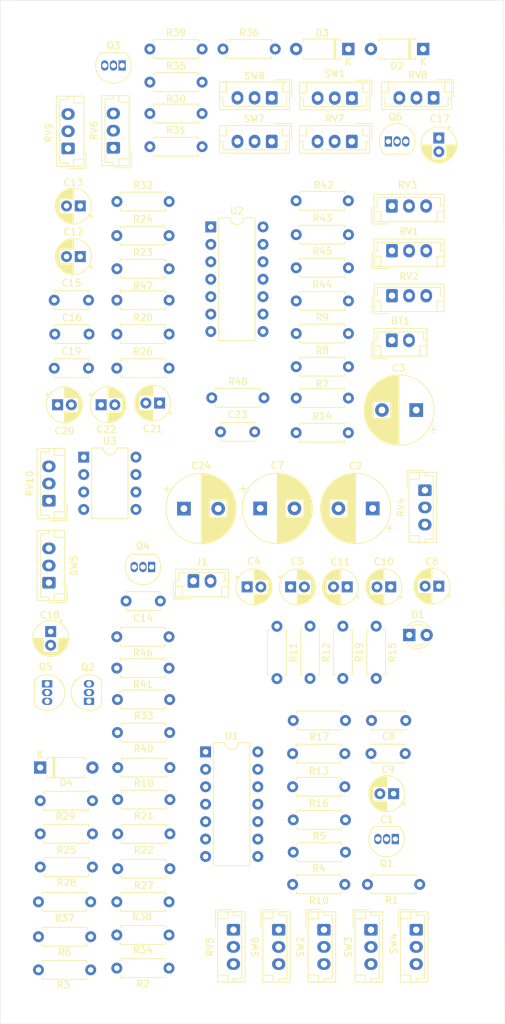
<source format=kicad_pcb>
(kicad_pcb (version 20171130) (host pcbnew "(5.1.10)-1")
  (layers (0 F.Cu signal) (31 B.Cu signal) (34 B.Paste user) (35 F.Paste user) (36 B.SilkS user) (37 F.SilkS user) (38 B.Mask user) (39 F.Mask user) (44 Edge.Cuts user))
  (net 0 "")
  (net 1 BN)
  (net 2 "Net-(BT1-Pad1)")
  (net 3 "Net-(C1-Pad1)")
  (net 4 BP)
  (net 5 "Net-(C3-Pad1)")
  (net 6 VG)
  (net 7 "Net-(C6-Pad1)")
  (net 8 "Net-(C8-Pad2)")
  (net 9 "Net-(C8-Pad1)")
  (net 10 "Net-(C9-Pad1)")
  (net 11 "Net-(C9-Pad2)")
  (net 12 "Net-(C12-Pad2)")
  (net 13 "Net-(C12-Pad1)")
  (net 14 "Net-(C13-Pad1)")
  (net 15 "Net-(C13-Pad2)")
  (net 16 "Net-(C14-Pad1)")
  (net 17 RMP)
  (net 18 "Net-(C15-Pad2)")
  (net 19 "Net-(C15-Pad1)")
  (net 20 A)
  (net 21 "Net-(C16-Pad2)")
  (net 22 "Net-(C17-Pad1)")
  (net 23 "Net-(C18-Pad1)")
  (net 24 "Net-(C19-Pad1)")
  (net 25 "Net-(C21-Pad1)")
  (net 26 "Net-(C22-Pad1)")
  (net 27 "Net-(C22-Pad2)")
  (net 28 "Net-(C23-Pad2)")
  (net 29 "Net-(C23-Pad1)")
  (net 30 "Net-(C24-Pad2)")
  (net 31 "Net-(D1-Pad2)")
  (net 32 "Net-(D2-Pad1)")
  (net 33 "Net-(D2-Pad2)")
  (net 34 "Net-(D3-Pad2)")
  (net 35 "Net-(D4-Pad1)")
  (net 36 "Net-(D4-Pad2)")
  (net 37 "Net-(Q1-Pad1)")
  (net 38 "Net-(Q1-Pad2)")
  (net 39 "Net-(Q3-Pad2)")
  (net 40 "Net-(Q3-Pad1)")
  (net 41 "Net-(Q4-Pad3)")
  (net 42 "Net-(Q5-Pad3)")
  (net 43 AREG)
  (net 44 "Net-(Q6-Pad3)")
  (net 45 "Net-(R1-Pad1)")
  (net 46 "Net-(R4-Pad1)")
  (net 47 "Net-(R7-Pad1)")
  (net 48 "Net-(R14-Pad2)")
  (net 49 "Net-(R8-Pad2)")
  (net 50 "Net-(R9-Pad2)")
  (net 51 "Net-(R18-Pad1)")
  (net 52 "Net-(R21-Pad2)")
  (net 53 "Net-(R21-Pad1)")
  (net 54 "Net-(R30-Pad2)")
  (net 55 "Net-(R33-Pad1)")
  (net 56 "Net-(R34-Pad1)")
  (net 57 "Net-(R36-Pad2)")
  (net 58 "Net-(R40-Pad1)")
  (net 59 "Net-(R43-Pad1)")
  (net 60 "Net-(R43-Pad2)")
  (net 61 SQR)
  (net 62 "Net-(R47-Pad1)")
  (net 63 LFO)
  (net 64 "Net-(RV3-Pad1)")
  (net 65 "Net-(RV5-Pad1)")
  (net 66 "Net-(RV10-Pad2)")
  (module Resistor_THT:R_Axial_DIN0207_L6.3mm_D2.5mm_P7.62mm_Horizontal (layer F.Cu) (at 148.844 265.176)
    (fp_text reference R35 (at 3.81 -2.37) (layer F.SilkS))
    (fp_text value 10k)
    (pad 1 thru_hole circle (at 0 0) (size 1.6 1.6) (drill 0.8) (layers *.Cu *.Mask) (net 54 "Net-(R30-Pad2)"))
    (pad 2 thru_hole oval (at 7.62 0) (size 1.6 1.6) (drill 0.8) (layers *.Cu *.Mask) (net 1 BN))
  )
  (module Connector_JST:JST_EH_B3B-EH-A_1x03_P2.50mm_Vertical (layer F.Cu) (at 178.324 267.5008 180)
    (fp_text reference SW1 (at 2.5 3.5948) (layer F.SilkS))
    (fp_text value SW_SPST)
    (pad 1 thru_hole roundrect (at 0 0 180) (size 1.7 1.95) (drill 0.95) (layers *.Cu *.Mask) (roundrect_rratio 0.147059) (net 2 "Net-(BT1-Pad1)"))
    (pad 2 thru_hole oval (at 2.5 0 180) (size 1.7 1.95) (drill 0.95) (layers *.Cu *.Mask) (net 4 BP))
    (pad 3 thru_hole oval (at 5 0 180) (size 1.7 1.95) (drill 0.95) (layers *.Cu *.Mask))
  )
  (module Package_DIP:DIP-14_W7.62mm (layer F.Cu) (at 157.734 286.258)
    (fp_text reference U2 (at 3.81 -2.33) (layer F.SilkS))
    (fp_text value LM324)
    (pad 1 thru_hole rect (at 0 0) (size 1.6 1.6) (drill 0.8) (layers *.Cu *.Mask) (net 20 A))
    (pad 8 thru_hole oval (at 7.62 15.24) (size 1.6 1.6) (drill 0.8) (layers *.Cu *.Mask) (net 38 "Net-(Q1-Pad2)"))
    (pad 2 thru_hole oval (at 0 2.54) (size 1.6 1.6) (drill 0.8) (layers *.Cu *.Mask) (net 18 "Net-(C15-Pad2)"))
    (pad 9 thru_hole oval (at 7.62 12.7) (size 1.6 1.6) (drill 0.8) (layers *.Cu *.Mask) (net 48 "Net-(R14-Pad2)"))
    (pad 3 thru_hole oval (at 0 5.08) (size 1.6 1.6) (drill 0.8) (layers *.Cu *.Mask) (net 6 VG))
    (pad 10 thru_hole oval (at 7.62 10.16) (size 1.6 1.6) (drill 0.8) (layers *.Cu *.Mask) (net 6 VG))
    (pad 4 thru_hole oval (at 0 7.62) (size 1.6 1.6) (drill 0.8) (layers *.Cu *.Mask) (net 4 BP))
    (pad 11 thru_hole oval (at 7.62 7.62) (size 1.6 1.6) (drill 0.8) (layers *.Cu *.Mask) (net 1 BN))
    (pad 5 thru_hole oval (at 0 10.16) (size 1.6 1.6) (drill 0.8) (layers *.Cu *.Mask) (net 58 "Net-(R40-Pad1)"))
    (pad 12 thru_hole oval (at 7.62 5.08) (size 1.6 1.6) (drill 0.8) (layers *.Cu *.Mask) (net 59 "Net-(R43-Pad1)"))
    (pad 6 thru_hole oval (at 0 12.7) (size 1.6 1.6) (drill 0.8) (layers *.Cu *.Mask) (net 23 "Net-(C18-Pad1)"))
    (pad 13 thru_hole oval (at 7.62 2.54) (size 1.6 1.6) (drill 0.8) (layers *.Cu *.Mask) (net 43 AREG))
    (pad 7 thru_hole oval (at 0 15.24) (size 1.6 1.6) (drill 0.8) (layers *.Cu *.Mask) (net 62 "Net-(R47-Pad1)"))
    (pad 14 thru_hole oval (at 7.62 0) (size 1.6 1.6) (drill 0.8) (layers *.Cu *.Mask) (net 60 "Net-(R43-Pad2)"))
  )
  (module Package_DIP:DIP-14_W7.62mm (layer F.Cu) (at 156.972 362.712)
    (fp_text reference U1 (at 3.81 -2.33) (layer F.SilkS))
    (fp_text value LM324)
    (pad 14 thru_hole oval (at 7.62 0) (size 1.6 1.6) (drill 0.8) (layers *.Cu *.Mask) (net 11 "Net-(C9-Pad2)"))
    (pad 7 thru_hole oval (at 0 15.24) (size 1.6 1.6) (drill 0.8) (layers *.Cu *.Mask) (net 36 "Net-(D4-Pad2)"))
    (pad 13 thru_hole oval (at 7.62 2.54) (size 1.6 1.6) (drill 0.8) (layers *.Cu *.Mask) (net 10 "Net-(C9-Pad1)"))
    (pad 6 thru_hole oval (at 0 12.7) (size 1.6 1.6) (drill 0.8) (layers *.Cu *.Mask) (net 56 "Net-(R34-Pad1)"))
    (pad 12 thru_hole oval (at 7.62 5.08) (size 1.6 1.6) (drill 0.8) (layers *.Cu *.Mask) (net 6 VG))
    (pad 5 thru_hole oval (at 0 10.16) (size 1.6 1.6) (drill 0.8) (layers *.Cu *.Mask) (net 55 "Net-(R33-Pad1)"))
    (pad 11 thru_hole oval (at 7.62 7.62) (size 1.6 1.6) (drill 0.8) (layers *.Cu *.Mask) (net 1 BN))
    (pad 4 thru_hole oval (at 0 7.62) (size 1.6 1.6) (drill 0.8) (layers *.Cu *.Mask) (net 4 BP))
    (pad 10 thru_hole oval (at 7.62 10.16) (size 1.6 1.6) (drill 0.8) (layers *.Cu *.Mask) (net 45 "Net-(R1-Pad1)"))
    (pad 3 thru_hole oval (at 0 5.08) (size 1.6 1.6) (drill 0.8) (layers *.Cu *.Mask) (net 6 VG))
    (pad 9 thru_hole oval (at 7.62 12.7) (size 1.6 1.6) (drill 0.8) (layers *.Cu *.Mask) (net 3 "Net-(C1-Pad1)"))
    (pad 2 thru_hole oval (at 0 2.54) (size 1.6 1.6) (drill 0.8) (layers *.Cu *.Mask) (net 16 "Net-(C14-Pad1)"))
    (pad 8 thru_hole oval (at 7.62 15.24) (size 1.6 1.6) (drill 0.8) (layers *.Cu *.Mask) (net 8 "Net-(C8-Pad2)"))
    (pad 1 thru_hole rect (at 0 0) (size 1.6 1.6) (drill 0.8) (layers *.Cu *.Mask) (net 17 RMP))
  )
  (module Connector_JST:JST_EH_B2B-EH-A_1x02_P2.50mm_Vertical (layer F.Cu) (at 184.15 302.768)
    (fp_text reference BT1 (at 1.25 -2.8) (layer F.SilkS))
    (fp_text value 9V)
    (pad 2 thru_hole oval (at 2.5 0) (size 1.7 2) (drill 1) (layers *.Cu *.Mask) (net 1 BN))
    (pad 1 thru_hole roundrect (at 0 0) (size 1.7 2) (drill 1) (layers *.Cu *.Mask) (roundrect_rratio 0.147059) (net 2 "Net-(BT1-Pad1)"))
  )
  (module Capacitor_THT:CP_Radial_D5.0mm_P2.00mm (layer F.Cu) (at 184.404 368.808 180)
    (fp_text reference C1 (at 1 -3.75) (layer F.SilkS))
    (fp_text value 1uF)
    (pad 2 thru_hole circle (at 2 0 180) (size 1.6 1.6) (drill 0.8) (layers *.Cu *.Mask) (net 1 BN))
    (pad 1 thru_hole rect (at 0 0 180) (size 1.6 1.6) (drill 0.8) (layers *.Cu *.Mask) (net 3 "Net-(C1-Pad1)"))
  )
  (module Capacitor_THT:CP_Radial_D10.0mm_P5.00mm (layer F.Cu) (at 181.356 327.2576 180)
    (fp_text reference C2 (at 2.5 6.2016) (layer F.SilkS))
    (fp_text value 470uF)
    (pad 2 thru_hole circle (at 5 0 180) (size 2 2) (drill 1) (layers *.Cu *.Mask) (net 1 BN))
    (pad 1 thru_hole rect (at 0 0 180) (size 2 2) (drill 1) (layers *.Cu *.Mask) (net 4 BP))
  )
  (module Capacitor_THT:CP_Radial_D10.0mm_P5.00mm (layer F.Cu) (at 187.706 312.928 180)
    (fp_text reference C3 (at 2.54 6.096) (layer F.SilkS))
    (fp_text value 470uF)
    (pad 1 thru_hole rect (at 0 0 180) (size 2 2) (drill 1) (layers *.Cu *.Mask) (net 5 "Net-(C3-Pad1)"))
    (pad 2 thru_hole circle (at 5 0 180) (size 2 2) (drill 1) (layers *.Cu *.Mask) (net 1 BN))
  )
  (module Capacitor_THT:CP_Radial_D5.0mm_P2.00mm (layer F.Cu) (at 163.0322 338.6876)
    (fp_text reference C4 (at 1 -3.75) (layer F.SilkS))
    (fp_text value 10uF)
    (pad 1 thru_hole rect (at 0 0) (size 1.6 1.6) (drill 0.8) (layers *.Cu *.Mask) (net 4 BP))
    (pad 2 thru_hole circle (at 2 0) (size 1.6 1.6) (drill 0.8) (layers *.Cu *.Mask) (net 6 VG))
  )
  (module Capacitor_THT:CP_Radial_D5.0mm_P2.00mm (layer F.Cu) (at 169.3822 338.6876)
    (fp_text reference C5 (at 1 -3.75) (layer F.SilkS))
    (fp_text value 10uF)
    (pad 1 thru_hole rect (at 0 0) (size 1.6 1.6) (drill 0.8) (layers *.Cu *.Mask) (net 6 VG))
    (pad 2 thru_hole circle (at 2 0) (size 1.6 1.6) (drill 0.8) (layers *.Cu *.Mask) (net 1 BN))
  )
  (module Capacitor_THT:CP_Radial_D5.0mm_P2.00mm (layer F.Cu) (at 191.008 338.582 180)
    (fp_text reference C6 (at 1.016 3.556) (layer F.SilkS))
    (fp_text value 1uF)
    (pad 1 thru_hole rect (at 0 0 180) (size 1.6 1.6) (drill 0.8) (layers *.Cu *.Mask) (net 7 "Net-(C6-Pad1)"))
    (pad 2 thru_hole circle (at 2 0 180) (size 1.6 1.6) (drill 0.8) (layers *.Cu *.Mask) (net 1 BN))
  )
  (module Capacitor_THT:CP_Radial_D10.0mm_P5.00mm (layer F.Cu) (at 164.9372 327.2576)
    (fp_text reference C7 (at 2.5 -6.25) (layer F.SilkS))
    (fp_text value 470uF)
    (pad 1 thru_hole rect (at 0 0) (size 2 2) (drill 1) (layers *.Cu *.Mask) (net 6 VG))
    (pad 2 thru_hole circle (at 5 0) (size 2 2) (drill 1) (layers *.Cu *.Mask) (net 1 BN))
  )
  (module Capacitor_THT:C_Disc_D4.7mm_W2.5mm_P5.00mm (layer F.Cu) (at 186.182 358.14 180)
    (fp_text reference C8 (at 2.5 -2.3268) (layer F.SilkS))
    (fp_text value 1nF)
    (pad 2 thru_hole circle (at 5 0 180) (size 1.6 1.6) (drill 0.8) (layers *.Cu *.Mask) (net 8 "Net-(C8-Pad2)"))
    (pad 1 thru_hole circle (at 0 0 180) (size 1.6 1.6) (drill 0.8) (layers *.Cu *.Mask) (net 9 "Net-(C8-Pad1)"))
  )
  (module Capacitor_THT:C_Disc_D4.7mm_W2.5mm_P5.00mm (layer F.Cu) (at 181.102 362.966)
    (fp_text reference C9 (at 2.5 2.286) (layer F.SilkS))
    (fp_text value 100pF)
    (pad 2 thru_hole circle (at 5 0) (size 1.6 1.6) (drill 0.8) (layers *.Cu *.Mask) (net 11 "Net-(C9-Pad2)"))
    (pad 1 thru_hole circle (at 0 0) (size 1.6 1.6) (drill 0.8) (layers *.Cu *.Mask) (net 10 "Net-(C9-Pad1)"))
  )
  (module Capacitor_THT:CP_Radial_D5.0mm_P2.00mm (layer F.Cu) (at 183.9872 338.6876 180)
    (fp_text reference C10 (at 1 3.6616) (layer F.SilkS))
    (fp_text value 10uF)
    (pad 1 thru_hole rect (at 0 0 180) (size 1.6 1.6) (drill 0.8) (layers *.Cu *.Mask) (net 4 BP))
    (pad 2 thru_hole circle (at 2 0 180) (size 1.6 1.6) (drill 0.8) (layers *.Cu *.Mask) (net 6 VG))
  )
  (module Capacitor_THT:CP_Radial_D5.0mm_P2.00mm (layer F.Cu) (at 177.6372 338.6876 180)
    (fp_text reference C11 (at 1 3.6616) (layer F.SilkS))
    (fp_text value 10uF)
    (pad 2 thru_hole circle (at 2 0 180) (size 1.6 1.6) (drill 0.8) (layers *.Cu *.Mask) (net 1 BN))
    (pad 1 thru_hole rect (at 0 0 180) (size 1.6 1.6) (drill 0.8) (layers *.Cu *.Mask) (net 6 VG))
  )
  (module Capacitor_THT:CP_Radial_D5.0mm_P2.00mm (layer F.Cu) (at 138.684 290.576 180)
    (fp_text reference C12 (at 1 3.5948) (layer F.SilkS))
    (fp_text value 0.1uF)
    (pad 2 thru_hole circle (at 2 0 180) (size 1.6 1.6) (drill 0.8) (layers *.Cu *.Mask) (net 12 "Net-(C12-Pad2)"))
    (pad 1 thru_hole rect (at 0 0 180) (size 1.6 1.6) (drill 0.8) (layers *.Cu *.Mask) (net 13 "Net-(C12-Pad1)"))
  )
  (module Capacitor_THT:CP_Radial_D5.0mm_P2.00mm (layer F.Cu) (at 138.684 283.21 180)
    (fp_text reference C13 (at 1 3.417) (layer F.SilkS))
    (fp_text value 0.1uF)
    (pad 1 thru_hole rect (at 0 0 180) (size 1.6 1.6) (drill 0.8) (layers *.Cu *.Mask) (net 14 "Net-(C13-Pad1)"))
    (pad 2 thru_hole circle (at 2 0 180) (size 1.6 1.6) (drill 0.8) (layers *.Cu *.Mask) (net 15 "Net-(C13-Pad2)"))
  )
  (module Capacitor_THT:C_Disc_D4.7mm_W2.5mm_P5.00mm (layer F.Cu) (at 150.368 340.745 180)
    (fp_text reference C14 (at 2.5 -2.5) (layer F.SilkS))
    (fp_text value .001uF)
    (pad 2 thru_hole circle (at 5 0 180) (size 1.6 1.6) (drill 0.8) (layers *.Cu *.Mask) (net 17 RMP))
    (pad 1 thru_hole circle (at 0 0 180) (size 1.6 1.6) (drill 0.8) (layers *.Cu *.Mask) (net 16 "Net-(C14-Pad1)"))
  )
  (module Capacitor_THT:C_Disc_D4.7mm_W2.5mm_P5.00mm (layer F.Cu) (at 134.89 296.926)
    (fp_text reference C15 (at 2.5 -2.5) (layer F.SilkS))
    (fp_text value .001uF)
    (pad 2 thru_hole circle (at 5 0) (size 1.6 1.6) (drill 0.8) (layers *.Cu *.Mask) (net 18 "Net-(C15-Pad2)"))
    (pad 1 thru_hole circle (at 0 0) (size 1.6 1.6) (drill 0.8) (layers *.Cu *.Mask) (net 19 "Net-(C15-Pad1)"))
  )
  (module Capacitor_THT:C_Disc_D4.7mm_W2.5mm_P5.00mm (layer F.Cu) (at 139.97 301.867 180)
    (fp_text reference C16 (at 2.5 2.401) (layer F.SilkS))
    (fp_text value .001uF)
    (pad 1 thru_hole circle (at 0 0 180) (size 1.6 1.6) (drill 0.8) (layers *.Cu *.Mask) (net 20 A))
    (pad 2 thru_hole circle (at 5 0 180) (size 1.6 1.6) (drill 0.8) (layers *.Cu *.Mask) (net 21 "Net-(C16-Pad2)"))
  )
  (module Capacitor_THT:CP_Radial_D5.0mm_P2.00mm (layer F.Cu) (at 191.008 273.304 270)
    (fp_text reference C17 (at -2.806 -0.143 180) (layer F.SilkS))
    (fp_text value 4.7uF)
    (pad 2 thru_hole circle (at 2 0 270) (size 1.6 1.6) (drill 0.8) (layers *.Cu *.Mask) (net 1 BN))
    (pad 1 thru_hole rect (at 0 0 270) (size 1.6 1.6) (drill 0.8) (layers *.Cu *.Mask) (net 22 "Net-(C17-Pad1)"))
  )
  (module Capacitor_THT:CP_Radial_D5.0mm_P2.00mm (layer F.Cu) (at 134.366 345.186 270)
    (fp_text reference C18 (at -2.417 0.142 180) (layer F.SilkS))
    (fp_text value 0.1uF)
    (pad 2 thru_hole circle (at 2 0 270) (size 1.6 1.6) (drill 0.8) (layers *.Cu *.Mask) (net 1 BN))
    (pad 1 thru_hole rect (at 0 0 270) (size 1.6 1.6) (drill 0.8) (layers *.Cu *.Mask) (net 23 "Net-(C18-Pad1)"))
  )
  (module Capacitor_THT:C_Disc_D4.7mm_W2.5mm_P5.00mm (layer F.Cu) (at 134.89 306.832)
    (fp_text reference C19 (at 2.5 -2.5) (layer F.SilkS))
    (fp_text value 1uF)
    (pad 1 thru_hole circle (at 0 0) (size 1.6 1.6) (drill 0.8) (layers *.Cu *.Mask) (net 24 "Net-(C19-Pad1)"))
    (pad 2 thru_hole circle (at 5 0) (size 1.6 1.6) (drill 0.8) (layers *.Cu *.Mask) (net 20 A))
  )
  (module Capacitor_THT:CP_Radial_D5.0mm_P2.00mm (layer F.Cu) (at 135.382 312.166)
    (fp_text reference C20 (at 1 3.806) (layer F.SilkS))
    (fp_text value 0.1uF)
    (pad 2 thru_hole circle (at 2 0) (size 1.6 1.6) (drill 0.8) (layers *.Cu *.Mask) (net 1 BN))
    (pad 1 thru_hole rect (at 0 0) (size 1.6 1.6) (drill 0.8) (layers *.Cu *.Mask) (net 4 BP))
  )
  (module Capacitor_THT:CP_Radial_D5.0mm_P2.00mm (layer F.Cu) (at 150.256 311.912 180)
    (fp_text reference C21 (at 1 -3.75) (layer F.SilkS))
    (fp_text value 10uF)
    (pad 2 thru_hole circle (at 2 0 180) (size 1.6 1.6) (drill 0.8) (layers *.Cu *.Mask) (net 1 BN))
    (pad 1 thru_hole rect (at 0 0 180) (size 1.6 1.6) (drill 0.8) (layers *.Cu *.Mask) (net 25 "Net-(C21-Pad1)"))
  )
  (module Capacitor_THT:CP_Radial_D5.0mm_P2.00mm (layer F.Cu) (at 141.732 312.166)
    (fp_text reference C22 (at 0.762 3.556) (layer F.SilkS))
    (fp_text value 10uF)
    (pad 1 thru_hole rect (at 0 0) (size 1.6 1.6) (drill 0.8) (layers *.Cu *.Mask) (net 26 "Net-(C22-Pad1)"))
    (pad 2 thru_hole circle (at 2 0) (size 1.6 1.6) (drill 0.8) (layers *.Cu *.Mask) (net 27 "Net-(C22-Pad2)"))
  )
  (module Capacitor_THT:C_Disc_D4.7mm_W2.5mm_P5.00mm (layer F.Cu) (at 159.146 316.107)
    (fp_text reference C23 (at 2.5 -2.5) (layer F.SilkS))
    (fp_text value .047uF)
    (pad 2 thru_hole circle (at 5 0) (size 1.6 1.6) (drill 0.8) (layers *.Cu *.Mask) (net 28 "Net-(C23-Pad2)"))
    (pad 1 thru_hole circle (at 0 0) (size 1.6 1.6) (drill 0.8) (layers *.Cu *.Mask) (net 29 "Net-(C23-Pad1)"))
  )
  (module Capacitor_THT:CP_Radial_D10.0mm_P5.00mm (layer F.Cu) (at 153.812 327.283)
    (fp_text reference C24 (at 2.5 -6.25) (layer F.SilkS))
    (fp_text value 220uF)
    (pad 2 thru_hole circle (at 5 0) (size 2 2) (drill 1) (layers *.Cu *.Mask) (net 30 "Net-(C24-Pad2)"))
    (pad 1 thru_hole rect (at 0 0) (size 2 2) (drill 1) (layers *.Cu *.Mask) (net 29 "Net-(C23-Pad1)"))
  )
  (module LED_THT:LED_D3.0mm (layer F.Cu) (at 186.69 345.694)
    (fp_text reference D1 (at 1.27 -2.96) (layer F.SilkS))
    (fp_text value LED)
    (pad 1 thru_hole rect (at 0 0) (size 1.8 1.8) (drill 0.9) (layers *.Cu *.Mask) (net 8 "Net-(C8-Pad2)"))
    (pad 2 thru_hole circle (at 2.54 0) (size 1.8 1.8) (drill 0.9) (layers *.Cu *.Mask) (net 31 "Net-(D1-Pad2)"))
  )
  (module Diode_THT:D_A-405_P7.62mm_Horizontal (layer F.Cu) (at 188.722 260.35 180)
    (fp_text reference D2 (at 3.81 -2.47) (layer F.SilkS))
    (fp_text value D)
    (fp_text user K (at 0 -1.9) (layer F.SilkS))
    (pad 1 thru_hole rect (at 0 0 180) (size 1.8 1.8) (drill 0.9) (layers *.Cu *.Mask) (net 32 "Net-(D2-Pad1)"))
    (pad 2 thru_hole oval (at 7.62 0 180) (size 1.8 1.8) (drill 0.9) (layers *.Cu *.Mask) (net 33 "Net-(D2-Pad2)"))
  )
  (module Diode_THT:D_A-405_P7.62mm_Horizontal (layer F.Cu) (at 177.8 260.35 180)
    (fp_text reference D3 (at 3.81 2.3248) (layer F.SilkS))
    (fp_text value D)
    (fp_text user K (at 0 -1.9) (layer F.SilkS))
    (pad 2 thru_hole oval (at 7.62 0 180) (size 1.8 1.8) (drill 0.9) (layers *.Cu *.Mask) (net 34 "Net-(D3-Pad2)"))
    (pad 1 thru_hole rect (at 0 0 180) (size 1.8 1.8) (drill 0.9) (layers *.Cu *.Mask) (net 33 "Net-(D2-Pad2)"))
  )
  (module Diode_THT:D_A-405_P7.62mm_Horizontal (layer F.Cu) (at 132.842 364.998)
    (fp_text reference D4 (at 3.81 2.1994) (layer F.SilkS))
    (fp_text value D)
    (fp_text user K (at 0 -1.9) (layer F.SilkS))
    (pad 2 thru_hole oval (at 7.62 0) (size 1.8 1.8) (drill 0.9) (layers *.Cu *.Mask) (net 36 "Net-(D4-Pad2)"))
    (pad 1 thru_hole rect (at 0 0) (size 1.8 1.8) (drill 0.9) (layers *.Cu *.Mask) (net 35 "Net-(D4-Pad1)"))
  )
  (module Connector_JST:JST_EH_B2B-EH-A_1x02_P2.50mm_Vertical (layer F.Cu) (at 155.194 337.82)
    (fp_text reference J1 (at 1.25 -2.8) (layer F.SilkS))
    (fp_text value SPKR)
    (pad 1 thru_hole roundrect (at 0 0) (size 1.7 2) (drill 1) (layers *.Cu *.Mask) (roundrect_rratio 0.147059) (net 30 "Net-(C24-Pad2)"))
    (pad 2 thru_hole oval (at 2.5 0) (size 1.7 2) (drill 1) (layers *.Cu *.Mask) (net 1 BN))
  )
  (module Package_TO_SOT_THT:TO-92_Inline (layer F.Cu) (at 184.658 375.412 180)
    (fp_text reference Q1 (at 1.27 -3.556) (layer F.SilkS))
    (fp_text value 2N3904)
    (pad 2 thru_hole oval (at 1.27 0 180) (size 1.05 1.5) (drill 0.75) (layers *.Cu *.Mask) (net 38 "Net-(Q1-Pad2)"))
    (pad 3 thru_hole oval (at 2.54 0 180) (size 1.05 1.5) (drill 0.75) (layers *.Cu *.Mask) (net 10 "Net-(C9-Pad1)"))
    (pad 1 thru_hole rect (at 0 0 180) (size 1.05 1.5) (drill 0.75) (layers *.Cu *.Mask) (net 37 "Net-(Q1-Pad1)"))
  )
  (module Package_TO_SOT_THT:TO-92_Inline (layer F.Cu) (at 139.954 355.346 90)
    (fp_text reference Q2 (at 4.957 -0.142 180) (layer F.SilkS))
    (fp_text value 2N3904)
    (pad 1 thru_hole rect (at 0 0 90) (size 1.05 1.5) (drill 0.75) (layers *.Cu *.Mask) (net 37 "Net-(Q1-Pad1)"))
    (pad 3 thru_hole oval (at 2.54 0 90) (size 1.05 1.5) (drill 0.75) (layers *.Cu *.Mask) (net 16 "Net-(C14-Pad1)"))
    (pad 2 thru_hole oval (at 1.27 0 90) (size 1.05 1.5) (drill 0.75) (layers *.Cu *.Mask) (net 6 VG))
  )
  (module Package_TO_SOT_THT:TO-92_Inline (layer F.Cu) (at 144.796 262.751 180)
    (fp_text reference Q3 (at 1.27 2.909) (layer F.SilkS))
    (fp_text value 2N3906)
    (pad 2 thru_hole oval (at 1.27 0 180) (size 1.05 1.5) (drill 0.75) (layers *.Cu *.Mask) (net 39 "Net-(Q3-Pad2)"))
    (pad 3 thru_hole oval (at 2.54 0 180) (size 1.05 1.5) (drill 0.75) (layers *.Cu *.Mask) (net 1 BN))
    (pad 1 thru_hole rect (at 0 0 180) (size 1.05 1.5) (drill 0.75) (layers *.Cu *.Mask) (net 40 "Net-(Q3-Pad1)"))
  )
  (module Package_TO_SOT_THT:TO-92_Inline (layer F.Cu) (at 149.098 335.788 180)
    (fp_text reference Q4 (at 1.27 3.048) (layer F.SilkS))
    (fp_text value 2N5457)
    (pad 2 thru_hole oval (at 1.27 0 180) (size 1.05 1.5) (drill 0.75) (layers *.Cu *.Mask) (net 16 "Net-(C14-Pad1)"))
    (pad 3 thru_hole oval (at 2.54 0 180) (size 1.05 1.5) (drill 0.75) (layers *.Cu *.Mask) (net 41 "Net-(Q4-Pad3)"))
    (pad 1 thru_hole rect (at 0 0 180) (size 1.05 1.5) (drill 0.75) (layers *.Cu *.Mask) (net 17 RMP))
  )
  (module Package_TO_SOT_THT:TO-92_Inline (layer F.Cu) (at 133.858 352.806 270)
    (fp_text reference Q5 (at -2.5186 0.2182 180) (layer F.SilkS))
    (fp_text value 2N5457)
    (pad 1 thru_hole rect (at 0 0 270) (size 1.05 1.5) (drill 0.75) (layers *.Cu *.Mask) (net 19 "Net-(C15-Pad1)"))
    (pad 3 thru_hole oval (at 2.54 0 270) (size 1.05 1.5) (drill 0.75) (layers *.Cu *.Mask) (net 42 "Net-(Q5-Pad3)"))
    (pad 2 thru_hole oval (at 1.27 0 270) (size 1.05 1.5) (drill 0.75) (layers *.Cu *.Mask) (net 6 VG))
  )
  (module Package_TO_SOT_THT:TO-92_Inline (layer F.Cu) (at 183.642 273.812)
    (fp_text reference Q6 (at 1.016 -3.556) (layer F.SilkS))
    (fp_text value 2N5457)
    (pad 2 thru_hole oval (at 1.27 0) (size 1.05 1.5) (drill 0.75) (layers *.Cu *.Mask) (net 43 AREG))
    (pad 3 thru_hole oval (at 2.54 0) (size 1.05 1.5) (drill 0.75) (layers *.Cu *.Mask) (net 44 "Net-(Q6-Pad3)"))
    (pad 1 thru_hole rect (at 0 0) (size 1.05 1.5) (drill 0.75) (layers *.Cu *.Mask) (net 4 BP))
  )
  (module Resistor_THT:R_Axial_DIN0207_L6.3mm_D2.5mm_P7.62mm_Horizontal (layer F.Cu) (at 188.214 382.016 180)
    (fp_text reference R1 (at 4.064 -2.286) (layer F.SilkS))
    (fp_text value 100k)
    (pad 2 thru_hole oval (at 7.62 0 180) (size 1.6 1.6) (drill 0.8) (layers *.Cu *.Mask) (net 4 BP))
    (pad 1 thru_hole circle (at 0 0 180) (size 1.6 1.6) (drill 0.8) (layers *.Cu *.Mask) (net 45 "Net-(R1-Pad1)"))
  )
  (module Resistor_THT:R_Axial_DIN0207_L6.3mm_D2.5mm_P7.62mm_Horizontal (layer F.Cu) (at 144.018 394.208)
    (fp_text reference R2 (at 3.81 2.286) (layer F.SilkS))
    (fp_text value 100k)
    (pad 1 thru_hole circle (at 0 0) (size 1.6 1.6) (drill 0.8) (layers *.Cu *.Mask) (net 45 "Net-(R1-Pad1)"))
    (pad 2 thru_hole oval (at 7.62 0) (size 1.6 1.6) (drill 0.8) (layers *.Cu *.Mask) (net 1 BN))
  )
  (module Resistor_THT:R_Axial_DIN0207_L6.3mm_D2.5mm_P7.62mm_Horizontal (layer F.Cu) (at 140.208 394.462 180)
    (fp_text reference R3 (at 4.0172 -2.174) (layer F.SilkS))
    (fp_text value 3k)
    (pad 1 thru_hole circle (at 0 0 180) (size 1.6 1.6) (drill 0.8) (layers *.Cu *.Mask) (net 5 "Net-(C3-Pad1)"))
    (pad 2 thru_hole oval (at 7.62 0 180) (size 1.6 1.6) (drill 0.8) (layers *.Cu *.Mask) (net 4 BP))
  )
  (module Resistor_THT:R_Axial_DIN0207_L6.3mm_D2.5mm_P7.62mm_Horizontal (layer F.Cu) (at 177.3832 377.321 180)
    (fp_text reference R4 (at 3.8852 -2.37) (layer F.SilkS))
    (fp_text value 3k)
    (pad 2 thru_hole oval (at 7.62 0 180) (size 1.6 1.6) (drill 0.8) (layers *.Cu *.Mask) (net 3 "Net-(C1-Pad1)"))
    (pad 1 thru_hole circle (at 0 0 180) (size 1.6 1.6) (drill 0.8) (layers *.Cu *.Mask) (net 46 "Net-(R4-Pad1)"))
  )
  (module Resistor_THT:R_Axial_DIN0207_L6.3mm_D2.5mm_P7.62mm_Horizontal (layer F.Cu) (at 177.3832 372.618 180)
    (fp_text reference R5 (at 3.81 -2.37) (layer F.SilkS))
    (fp_text value 100k)
    (pad 2 thru_hole oval (at 7.62 0 180) (size 1.6 1.6) (drill 0.8) (layers *.Cu *.Mask) (net 45 "Net-(R1-Pad1)"))
    (pad 1 thru_hole circle (at 0 0 180) (size 1.6 1.6) (drill 0.8) (layers *.Cu *.Mask) (net 8 "Net-(C8-Pad2)"))
  )
  (module Resistor_THT:R_Axial_DIN0207_L6.3mm_D2.5mm_P7.62mm_Horizontal (layer F.Cu) (at 140.208 389.636 180)
    (fp_text reference R6 (at 3.81 -2.286) (layer F.SilkS))
    (fp_text value 3k)
    (pad 1 thru_hole circle (at 0 0 180) (size 1.6 1.6) (drill 0.8) (layers *.Cu *.Mask) (net 31 "Net-(D1-Pad2)"))
    (pad 2 thru_hole oval (at 7.62 0 180) (size 1.6 1.6) (drill 0.8) (layers *.Cu *.Mask) (net 5 "Net-(C3-Pad1)"))
  )
  (module Resistor_THT:R_Axial_DIN0207_L6.3mm_D2.5mm_P7.62mm_Horizontal (layer F.Cu) (at 177.816 311.1888 180)
    (fp_text reference R7 (at 3.81 2.0708) (layer F.SilkS))
    (fp_text value 47k)
    (pad 2 thru_hole oval (at 7.62 0 180) (size 1.6 1.6) (drill 0.8) (layers *.Cu *.Mask) (net 48 "Net-(R14-Pad2)"))
    (pad 1 thru_hole circle (at 0 0 180) (size 1.6 1.6) (drill 0.8) (layers *.Cu *.Mask) (net 47 "Net-(R7-Pad1)"))
  )
  (module Resistor_THT:R_Axial_DIN0207_L6.3mm_D2.5mm_P7.62mm_Horizontal (layer F.Cu) (at 170.196 306.6168)
    (fp_text reference R8 (at 3.81 -2.37) (layer F.SilkS))
    (fp_text value 100k)
    (pad 1 thru_hole circle (at 0 0) (size 1.6 1.6) (drill 0.8) (layers *.Cu *.Mask) (net 48 "Net-(R14-Pad2)"))
    (pad 2 thru_hole oval (at 7.62 0) (size 1.6 1.6) (drill 0.8) (layers *.Cu *.Mask) (net 49 "Net-(R8-Pad2)"))
  )
  (module Resistor_THT:R_Axial_DIN0207_L6.3mm_D2.5mm_P7.62mm_Horizontal (layer F.Cu) (at 170.196 301.7908)
    (fp_text reference R9 (at 3.81 -2.37) (layer F.SilkS))
    (fp_text value 36k)
    (pad 2 thru_hole oval (at 7.62 0) (size 1.6 1.6) (drill 0.8) (layers *.Cu *.Mask) (net 50 "Net-(R9-Pad2)"))
    (pad 1 thru_hole circle (at 0 0) (size 1.6 1.6) (drill 0.8) (layers *.Cu *.Mask) (net 48 "Net-(R14-Pad2)"))
  )
  (module Resistor_THT:R_Axial_DIN0207_L6.3mm_D2.5mm_P7.62mm_Horizontal (layer F.Cu) (at 177.292 382.016 180)
    (fp_text reference R10 (at 3.81 -2.37) (layer F.SilkS))
    (fp_text value 20k)
    (pad 2 thru_hole oval (at 7.62 0 180) (size 1.6 1.6) (drill 0.8) (layers *.Cu *.Mask) (net 8 "Net-(C8-Pad2)"))
    (pad 1 thru_hole circle (at 0 0 180) (size 1.6 1.6) (drill 0.8) (layers *.Cu *.Mask) (net 7 "Net-(C6-Pad1)"))
  )
  (module Resistor_THT:R_Axial_DIN0207_L6.3mm_D2.5mm_P7.62mm_Horizontal (layer F.Cu) (at 167.386 344.424 270)
    (fp_text reference R11 (at 3.81 -2.37 90) (layer F.SilkS))
    (fp_text value 4.7k)
    (pad 1 thru_hole circle (at 0 0 270) (size 1.6 1.6) (drill 0.8) (layers *.Cu *.Mask) (net 4 BP))
    (pad 2 thru_hole oval (at 7.62 0 270) (size 1.6 1.6) (drill 0.8) (layers *.Cu *.Mask) (net 6 VG))
  )
  (module Resistor_THT:R_Axial_DIN0207_L6.3mm_D2.5mm_P7.62mm_Horizontal (layer F.Cu) (at 172.212 344.4026 270)
    (fp_text reference R12 (at 3.81 -2.37 90) (layer F.SilkS))
    (fp_text value 4.7k)
    (pad 1 thru_hole circle (at 0 0 270) (size 1.6 1.6) (drill 0.8) (layers *.Cu *.Mask) (net 1 BN))
    (pad 2 thru_hole oval (at 7.62 0 270) (size 1.6 1.6) (drill 0.8) (layers *.Cu *.Mask) (net 6 VG))
  )
  (module Resistor_THT:R_Axial_DIN0207_L6.3mm_D2.5mm_P7.62mm_Horizontal (layer F.Cu) (at 169.672 362.966)
    (fp_text reference R13 (at 3.81 2.527) (layer F.SilkS))
    (fp_text value 270k)
    (pad 1 thru_hole circle (at 0 0) (size 1.6 1.6) (drill 0.8) (layers *.Cu *.Mask) (net 38 "Net-(Q1-Pad2)"))
    (pad 2 thru_hole oval (at 7.62 0) (size 1.6 1.6) (drill 0.8) (layers *.Cu *.Mask) (net 4 BP))
  )
  (module Resistor_THT:R_Axial_DIN0207_L6.3mm_D2.5mm_P7.62mm_Horizontal (layer F.Cu) (at 177.8 316.23 180)
    (fp_text reference R14 (at 3.81 2.401) (layer F.SilkS))
    (fp_text value 2k)
    (pad 2 thru_hole oval (at 7.62 0 180) (size 1.6 1.6) (drill 0.8) (layers *.Cu *.Mask) (net 48 "Net-(R14-Pad2)"))
    (pad 1 thru_hole circle (at 0 0 180) (size 1.6 1.6) (drill 0.8) (layers *.Cu *.Mask) (net 38 "Net-(Q1-Pad2)"))
  )
  (module Resistor_THT:R_Axial_DIN0207_L6.3mm_D2.5mm_P7.62mm_Horizontal (layer F.Cu) (at 181.864 344.4026 270)
    (fp_text reference R15 (at 3.81 -2.37 90) (layer F.SilkS))
    (fp_text value 4.7k)
    (pad 1 thru_hole circle (at 0 0 270) (size 1.6 1.6) (drill 0.8) (layers *.Cu *.Mask) (net 4 BP))
    (pad 2 thru_hole oval (at 7.62 0 270) (size 1.6 1.6) (drill 0.8) (layers *.Cu *.Mask) (net 6 VG))
  )
  (module Resistor_THT:R_Axial_DIN0207_L6.3mm_D2.5mm_P7.62mm_Horizontal (layer F.Cu) (at 169.672 367.792)
    (fp_text reference R16 (at 3.81 2.431) (layer F.SilkS))
    (fp_text value 2M)
    (pad 2 thru_hole oval (at 7.62 0) (size 1.6 1.6) (drill 0.8) (layers *.Cu *.Mask) (net 4 BP))
    (pad 1 thru_hole circle (at 0 0) (size 1.6 1.6) (drill 0.8) (layers *.Cu *.Mask) (net 10 "Net-(C9-Pad1)"))
  )
  (module Resistor_THT:R_Axial_DIN0207_L6.3mm_D2.5mm_P7.62mm_Horizontal (layer F.Cu) (at 177.3832 358.14 180)
    (fp_text reference R17 (at 3.81 -2.37) (layer F.SilkS))
    (fp_text value 10k)
    (pad 1 thru_hole circle (at 0 0 180) (size 1.6 1.6) (drill 0.8) (layers *.Cu *.Mask) (net 37 "Net-(Q1-Pad1)"))
    (pad 2 thru_hole oval (at 7.62 0 180) (size 1.6 1.6) (drill 0.8) (layers *.Cu *.Mask) (net 11 "Net-(C9-Pad2)"))
  )
  (module Resistor_THT:R_Axial_DIN0207_L6.3mm_D2.5mm_P7.62mm_Horizontal (layer F.Cu) (at 144.149 364.998)
    (fp_text reference R18 (at 3.81 2.286) (layer F.SilkS))
    (fp_text value 27k)
    (pad 2 thru_hole oval (at 7.62 0) (size 1.6 1.6) (drill 0.8) (layers *.Cu *.Mask) (net 1 BN))
    (pad 1 thru_hole circle (at 0 0) (size 1.6 1.6) (drill 0.8) (layers *.Cu *.Mask) (net 51 "Net-(R18-Pad1)"))
  )
  (module Resistor_THT:R_Axial_DIN0207_L6.3mm_D2.5mm_P7.62mm_Horizontal (layer F.Cu) (at 177.0022 344.4026 270)
    (fp_text reference R19 (at 3.81 -2.37 90) (layer F.SilkS))
    (fp_text value 4.7k)
    (pad 2 thru_hole oval (at 7.62 0 270) (size 1.6 1.6) (drill 0.8) (layers *.Cu *.Mask) (net 6 VG))
    (pad 1 thru_hole circle (at 0 0 270) (size 1.6 1.6) (drill 0.8) (layers *.Cu *.Mask) (net 1 BN))
  )
  (module Resistor_THT:R_Axial_DIN0207_L6.3mm_D2.5mm_P7.62mm_Horizontal (layer F.Cu) (at 151.654 301.867 180)
    (fp_text reference R20 (at 3.826 2.401) (layer F.SilkS))
    (fp_text value 47k)
    (pad 1 thru_hole circle (at 0 0 180) (size 1.6 1.6) (drill 0.8) (layers *.Cu *.Mask) (net 6 VG))
    (pad 2 thru_hole oval (at 7.62 0 180) (size 1.6 1.6) (drill 0.8) (layers *.Cu *.Mask) (net 15 "Net-(C13-Pad2)"))
  )
  (module Resistor_THT:R_Axial_DIN0207_L6.3mm_D2.5mm_P7.62mm_Horizontal (layer F.Cu) (at 151.769 369.6566 180)
    (fp_text reference R21 (at 3.81 -2.37) (layer F.SilkS))
    (fp_text value 39k)
    (pad 2 thru_hole oval (at 7.62 0 180) (size 1.6 1.6) (drill 0.8) (layers *.Cu *.Mask) (net 52 "Net-(R21-Pad2)"))
    (pad 1 thru_hole circle (at 0 0 180) (size 1.6 1.6) (drill 0.8) (layers *.Cu *.Mask) (net 53 "Net-(R21-Pad1)"))
  )
  (module Resistor_THT:R_Axial_DIN0207_L6.3mm_D2.5mm_P7.62mm_Horizontal (layer F.Cu) (at 151.769 374.65 180)
    (fp_text reference R22 (at 3.81 -2.37) (layer F.SilkS))
    (fp_text value 100k)
    (pad 2 thru_hole oval (at 7.62 0 180) (size 1.6 1.6) (drill 0.8) (layers *.Cu *.Mask) (net 4 BP))
    (pad 1 thru_hole circle (at 0 0 180) (size 1.6 1.6) (drill 0.8) (layers *.Cu *.Mask) (net 53 "Net-(R21-Pad1)"))
  )
  (module Resistor_THT:R_Axial_DIN0207_L6.3mm_D2.5mm_P7.62mm_Horizontal (layer F.Cu) (at 151.654 292.354 180)
    (fp_text reference R23 (at 3.826 2.401) (layer F.SilkS))
    (fp_text value 4.7M)
    (pad 1 thru_hole circle (at 0 0 180) (size 1.6 1.6) (drill 0.8) (layers *.Cu *.Mask) (net 18 "Net-(C15-Pad2)"))
    (pad 2 thru_hole oval (at 7.62 0 180) (size 1.6 1.6) (drill 0.8) (layers *.Cu *.Mask) (net 13 "Net-(C12-Pad1)"))
  )
  (module Resistor_THT:R_Axial_DIN0207_L6.3mm_D2.5mm_P7.62mm_Horizontal (layer F.Cu) (at 151.638 287.528 180)
    (fp_text reference R24 (at 3.81 2.401) (layer F.SilkS))
    (fp_text value 3M)
    (pad 2 thru_hole oval (at 7.62 0 180) (size 1.6 1.6) (drill 0.8) (layers *.Cu *.Mask) (net 14 "Net-(C13-Pad1)"))
    (pad 1 thru_hole circle (at 0 0 180) (size 1.6 1.6) (drill 0.8) (layers *.Cu *.Mask) (net 18 "Net-(C15-Pad2)"))
  )
  (module Resistor_THT:R_Axial_DIN0207_L6.3mm_D2.5mm_P7.62mm_Horizontal (layer F.Cu) (at 140.462 374.65 180)
    (fp_text reference R25 (at 3.81 -2.37) (layer F.SilkS))
    (fp_text value 2M)
    (pad 1 thru_hole circle (at 0 0 180) (size 1.6 1.6) (drill 0.8) (layers *.Cu *.Mask) (net 41 "Net-(Q4-Pad3)"))
    (pad 2 thru_hole oval (at 7.62 0 180) (size 1.6 1.6) (drill 0.8) (layers *.Cu *.Mask) (net 1 BN))
  )
  (module Resistor_THT:R_Axial_DIN0207_L6.3mm_D2.5mm_P7.62mm_Horizontal (layer F.Cu) (at 151.638 306.832 180)
    (fp_text reference R26 (at 3.826 2.401) (layer F.SilkS))
    (fp_text value 47k)
    (pad 2 thru_hole oval (at 7.62 0 180) (size 1.6 1.6) (drill 0.8) (layers *.Cu *.Mask) (net 12 "Net-(C12-Pad2)"))
    (pad 1 thru_hole circle (at 0 0 180) (size 1.6 1.6) (drill 0.8) (layers *.Cu *.Mask) (net 6 VG))
  )
  (module Resistor_THT:R_Axial_DIN0207_L6.3mm_D2.5mm_P7.62mm_Horizontal (layer F.Cu) (at 144.149 379.73)
    (fp_text reference R27 (at 3.81 2.4534) (layer F.SilkS))
    (fp_text value 39k)
    (pad 1 thru_hole circle (at 0 0) (size 1.6 1.6) (drill 0.8) (layers *.Cu *.Mask) (net 42 "Net-(Q5-Pad3)"))
    (pad 2 thru_hole oval (at 7.62 0) (size 1.6 1.6) (drill 0.8) (layers *.Cu *.Mask) (net 53 "Net-(R21-Pad1)"))
  )
  (module Resistor_THT:R_Axial_DIN0207_L6.3mm_D2.5mm_P7.62mm_Horizontal (layer F.Cu) (at 132.842 379.476)
    (fp_text reference R28 (at 3.81 2.2646) (layer F.SilkS))
    (fp_text value 100k)
    (pad 2 thru_hole oval (at 7.62 0) (size 1.6 1.6) (drill 0.8) (layers *.Cu *.Mask) (net 1 BN))
    (pad 1 thru_hole circle (at 0 0) (size 1.6 1.6) (drill 0.8) (layers *.Cu *.Mask) (net 42 "Net-(Q5-Pad3)"))
  )
  (module Resistor_THT:R_Axial_DIN0207_L6.3mm_D2.5mm_P7.62mm_Horizontal (layer F.Cu) (at 132.842 369.824)
    (fp_text reference R29 (at 3.679 2.286) (layer F.SilkS))
    (fp_text value 10k)
    (pad 2 thru_hole oval (at 7.62 0) (size 1.6 1.6) (drill 0.8) (layers *.Cu *.Mask) (net 41 "Net-(Q4-Pad3)"))
    (pad 1 thru_hole circle (at 0 0) (size 1.6 1.6) (drill 0.8) (layers *.Cu *.Mask) (net 35 "Net-(D4-Pad1)"))
  )
  (module Resistor_THT:R_Axial_DIN0207_L6.3mm_D2.5mm_P7.62mm_Horizontal (layer F.Cu) (at 156.464 269.748 180)
    (fp_text reference R30 (at 3.81 2.147) (layer F.SilkS))
    (fp_text value 200)
    (pad 1 thru_hole circle (at 0 0 180) (size 1.6 1.6) (drill 0.8) (layers *.Cu *.Mask) (net 40 "Net-(Q3-Pad1)"))
    (pad 2 thru_hole oval (at 7.62 0 180) (size 1.6 1.6) (drill 0.8) (layers *.Cu *.Mask) (net 54 "Net-(R30-Pad2)"))
  )
  (module Resistor_THT:R_Axial_DIN0207_L6.3mm_D2.5mm_P7.62mm_Horizontal (layer F.Cu) (at 156.464 274.574 180)
    (fp_text reference R31 (at 3.81 2.401) (layer F.SilkS))
    (fp_text value 10k)
    (pad 2 thru_hole oval (at 7.62 0 180) (size 1.6 1.6) (drill 0.8) (layers *.Cu *.Mask) (net 54 "Net-(R30-Pad2)"))
    (pad 1 thru_hole circle (at 0 0 180) (size 1.6 1.6) (drill 0.8) (layers *.Cu *.Mask) (net 39 "Net-(Q3-Pad2)"))
  )
  (module Resistor_THT:R_Axial_DIN0207_L6.3mm_D2.5mm_P7.62mm_Horizontal (layer F.Cu) (at 144.034 282.563)
    (fp_text reference R32 (at 3.81 -2.37) (layer F.SilkS))
    (fp_text value 4.7M)
    (pad 2 thru_hole oval (at 7.62 0) (size 1.6 1.6) (drill 0.8) (layers *.Cu *.Mask) (net 18 "Net-(C15-Pad2)"))
    (pad 1 thru_hole circle (at 0 0) (size 1.6 1.6) (drill 0.8) (layers *.Cu *.Mask) (net 20 A))
  )
  (module Resistor_THT:R_Axial_DIN0207_L6.3mm_D2.5mm_P7.62mm_Horizontal (layer F.Cu) (at 151.7292 355.092 180)
    (fp_text reference R33 (at 3.81 -2.37) (layer F.SilkS))
    (fp_text value 10k)
    (pad 1 thru_hole circle (at 0 0 180) (size 1.6 1.6) (drill 0.8) (layers *.Cu *.Mask) (net 55 "Net-(R33-Pad1)"))
    (pad 2 thru_hole oval (at 7.62 0 180) (size 1.6 1.6) (drill 0.8) (layers *.Cu *.Mask) (net 17 RMP))
  )
  (module Resistor_THT:R_Axial_DIN0207_L6.3mm_D2.5mm_P7.62mm_Horizontal (layer F.Cu) (at 144.018 389.382)
    (fp_text reference R34 (at 3.81 2.174) (layer F.SilkS))
    (fp_text value 47k)
    (pad 1 thru_hole circle (at 0 0) (size 1.6 1.6) (drill 0.8) (layers *.Cu *.Mask) (net 56 "Net-(R34-Pad1)"))
    (pad 2 thru_hole oval (at 7.62 0) (size 1.6 1.6) (drill 0.8) (layers *.Cu *.Mask) (net 4 BP))
  )
  (module Resistor_THT:R_Axial_DIN0207_L6.3mm_D2.5mm_P7.62mm_Horizontal (layer F.Cu) (at 159.512 260.35)
    (fp_text reference R36 (at 3.81 -2.37) (layer F.SilkS))
    (fp_text value 820)
    (pad 1 thru_hole circle (at 0 0) (size 1.6 1.6) (drill 0.8) (layers *.Cu *.Mask) (net 22 "Net-(C17-Pad1)"))
    (pad 2 thru_hole oval (at 7.62 0) (size 1.6 1.6) (drill 0.8) (layers *.Cu *.Mask) (net 57 "Net-(R36-Pad2)"))
  )
  (module Resistor_THT:R_Axial_DIN0207_L6.3mm_D2.5mm_P7.62mm_Horizontal (layer F.Cu) (at 140.208 384.556 180)
    (fp_text reference R37 (at 3.81 -2.37) (layer F.SilkS))
    (fp_text value 300k)
    (pad 2 thru_hole oval (at 7.62 0 180) (size 1.6 1.6) (drill 0.8) (layers *.Cu *.Mask) (net 55 "Net-(R33-Pad1)"))
    (pad 1 thru_hole circle (at 0 0 180) (size 1.6 1.6) (drill 0.8) (layers *.Cu *.Mask) (net 36 "Net-(D4-Pad2)"))
  )
  (module Resistor_THT:R_Axial_DIN0207_L6.3mm_D2.5mm_P7.62mm_Horizontal (layer F.Cu) (at 144.018 384.556)
    (fp_text reference R38 (at 3.679 2.174) (layer F.SilkS))
    (fp_text value 82k)
    (pad 1 thru_hole circle (at 0 0) (size 1.6 1.6) (drill 0.8) (layers *.Cu *.Mask) (net 1 BN))
    (pad 2 thru_hole oval (at 7.62 0) (size 1.6 1.6) (drill 0.8) (layers *.Cu *.Mask) (net 56 "Net-(R34-Pad1)"))
  )
  (module Resistor_THT:R_Axial_DIN0207_L6.3mm_D2.5mm_P7.62mm_Horizontal (layer F.Cu) (at 148.844 260.35)
    (fp_text reference R39 (at 3.81 -2.37) (layer F.SilkS))
    (fp_text value 10k)
    (pad 2 thru_hole oval (at 7.62 0) (size 1.6 1.6) (drill 0.8) (layers *.Cu *.Mask) (net 22 "Net-(C17-Pad1)"))
    (pad 1 thru_hole circle (at 0 0) (size 1.6 1.6) (drill 0.8) (layers *.Cu *.Mask) (net 44 "Net-(Q6-Pad3)"))
  )
  (module Resistor_THT:R_Axial_DIN0207_L6.3mm_D2.5mm_P7.62mm_Horizontal (layer F.Cu) (at 151.7292 359.8966 180)
    (fp_text reference R40 (at 3.81 -2.37) (layer F.SilkS))
    (fp_text value 10K)
    (pad 2 thru_hole oval (at 7.62 0 180) (size 1.6 1.6) (drill 0.8) (layers *.Cu *.Mask) (net 17 RMP))
    (pad 1 thru_hole circle (at 0 0 180) (size 1.6 1.6) (drill 0.8) (layers *.Cu *.Mask) (net 58 "Net-(R40-Pad1)"))
  )
  (module Resistor_THT:R_Axial_DIN0207_L6.3mm_D2.5mm_P7.62mm_Horizontal (layer F.Cu) (at 151.638 350.52 180)
    (fp_text reference R41 (at 3.81 -2.37) (layer F.SilkS))
    (fp_text value 2M)
    (pad 1 thru_hole circle (at 0 0 180) (size 1.6 1.6) (drill 0.8) (layers *.Cu *.Mask) (net 23 "Net-(C18-Pad1)"))
    (pad 2 thru_hole oval (at 7.62 0 180) (size 1.6 1.6) (drill 0.8) (layers *.Cu *.Mask) (net 17 RMP))
  )
  (module Resistor_THT:R_Axial_DIN0207_L6.3mm_D2.5mm_P7.62mm_Horizontal (layer F.Cu) (at 170.18 282.448)
    (fp_text reference R42 (at 4.0252 -2.27) (layer F.SilkS))
    (fp_text value 4.7k)
    (pad 1 thru_hole circle (at 0 0) (size 1.6 1.6) (drill 0.8) (layers *.Cu *.Mask) (net 1 BN))
    (pad 2 thru_hole oval (at 7.62 0) (size 1.6 1.6) (drill 0.8) (layers *.Cu *.Mask) (net 43 AREG))
  )
  (module Resistor_THT:R_Axial_DIN0207_L6.3mm_D2.5mm_P7.62mm_Horizontal (layer F.Cu) (at 177.816 287.389 180)
    (fp_text reference R43 (at 3.81 2.401) (layer F.SilkS))
    (fp_text value 100k)
    (pad 1 thru_hole circle (at 0 0 180) (size 1.6 1.6) (drill 0.8) (layers *.Cu *.Mask) (net 59 "Net-(R43-Pad1)"))
    (pad 2 thru_hole oval (at 7.62 0 180) (size 1.6 1.6) (drill 0.8) (layers *.Cu *.Mask) (net 60 "Net-(R43-Pad2)"))
  )
  (module Resistor_THT:R_Axial_DIN0207_L6.3mm_D2.5mm_P7.62mm_Horizontal (layer F.Cu) (at 177.816 297.041 180)
    (fp_text reference R44 (at 3.826 2.401) (layer F.SilkS))
    (fp_text value 150k)
    (pad 1 thru_hole circle (at 0 0 180) (size 1.6 1.6) (drill 0.8) (layers *.Cu *.Mask) (net 59 "Net-(R43-Pad1)"))
    (pad 2 thru_hole oval (at 7.62 0 180) (size 1.6 1.6) (drill 0.8) (layers *.Cu *.Mask) (net 4 BP))
  )
  (module Resistor_THT:R_Axial_DIN0207_L6.3mm_D2.5mm_P7.62mm_Horizontal (layer F.Cu) (at 177.816 292.215 180)
    (fp_text reference R45 (at 3.81 2.401) (layer F.SilkS))
    (fp_text value 150k)
    (pad 2 thru_hole oval (at 7.62 0 180) (size 1.6 1.6) (drill 0.8) (layers *.Cu *.Mask) (net 1 BN))
    (pad 1 thru_hole circle (at 0 0 180) (size 1.6 1.6) (drill 0.8) (layers *.Cu *.Mask) (net 59 "Net-(R43-Pad1)"))
  )
  (module Resistor_THT:R_Axial_DIN0207_L6.3mm_D2.5mm_P7.62mm_Horizontal (layer F.Cu) (at 151.638 345.948 180)
    (fp_text reference R46 (at 3.81 -2.37) (layer F.SilkS))
    (fp_text value 10K)
    (pad 2 thru_hole oval (at 7.62 0 180) (size 1.6 1.6) (drill 0.8) (layers *.Cu *.Mask) (net 61 SQR))
    (pad 1 thru_hole circle (at 0 0 180) (size 1.6 1.6) (drill 0.8) (layers *.Cu *.Mask) (net 6 VG))
  )
  (module Resistor_THT:R_Axial_DIN0207_L6.3mm_D2.5mm_P7.62mm_Horizontal (layer F.Cu) (at 151.654 296.926 180)
    (fp_text reference R47 (at 3.81 2.0708) (layer F.SilkS))
    (fp_text value 10K)
    (pad 1 thru_hole circle (at 0 0 180) (size 1.6 1.6) (drill 0.8) (layers *.Cu *.Mask) (net 62 "Net-(R47-Pad1)"))
    (pad 2 thru_hole oval (at 7.62 0 180) (size 1.6 1.6) (drill 0.8) (layers *.Cu *.Mask) (net 61 SQR))
  )
  (module Resistor_THT:R_Axial_DIN0207_L6.3mm_D2.5mm_P7.62mm_Horizontal (layer F.Cu) (at 157.876 311.15)
    (fp_text reference R48 (at 3.81 -2.37) (layer F.SilkS))
    (fp_text value 10)
    (pad 1 thru_hole circle (at 0 0) (size 1.6 1.6) (drill 0.8) (layers *.Cu *.Mask) (net 1 BN))
    (pad 2 thru_hole oval (at 7.62 0) (size 1.6 1.6) (drill 0.8) (layers *.Cu *.Mask) (net 28 "Net-(C23-Pad2)"))
  )
  (module Connector_JST:JST_EH_B3B-EH-A_1x03_P2.50mm_Vertical (layer F.Cu) (at 184.166 289.7258)
    (fp_text reference RV1 (at 2.5 -2.8) (layer F.SilkS))
    (fp_text value 100k)
    (pad 3 thru_hole oval (at 5 0) (size 1.7 1.95) (drill 0.95) (layers *.Cu *.Mask) (net 1 BN))
    (pad 2 thru_hole oval (at 2.5 0) (size 1.7 1.95) (drill 0.95) (layers *.Cu *.Mask) (net 47 "Net-(R7-Pad1)"))
    (pad 1 thru_hole roundrect (at 0 0) (size 1.7 1.95) (drill 0.95) (layers *.Cu *.Mask) (roundrect_rratio 0.147059) (net 4 BP))
  )
  (module Connector_JST:JST_EH_B3B-EH-A_1x03_P2.50mm_Vertical (layer F.Cu) (at 184.166 296.279)
    (fp_text reference RV2 (at 2.5 -2.8) (layer F.SilkS))
    (fp_text value 100k)
    (pad 1 thru_hole roundrect (at 0 0) (size 1.7 1.95) (drill 0.95) (layers *.Cu *.Mask) (roundrect_rratio 0.147059) (net 63 LFO))
    (pad 2 thru_hole oval (at 2.5 0) (size 1.7 1.95) (drill 0.95) (layers *.Cu *.Mask) (net 49 "Net-(R8-Pad2)"))
    (pad 3 thru_hole oval (at 5 0) (size 1.7 1.95) (drill 0.95) (layers *.Cu *.Mask) (net 1 BN))
  )
  (module Connector_JST:JST_EH_B3B-EH-A_1x03_P2.50mm_Vertical (layer F.Cu) (at 184.15 283.21)
    (fp_text reference RV3 (at 2.286 -3.048) (layer F.SilkS))
    (fp_text value 100k)
    (pad 1 thru_hole roundrect (at 0 0) (size 1.7 1.95) (drill 0.95) (layers *.Cu *.Mask) (roundrect_rratio 0.147059) (net 64 "Net-(RV3-Pad1)"))
    (pad 2 thru_hole oval (at 2.5 0) (size 1.7 1.95) (drill 0.95) (layers *.Cu *.Mask) (net 50 "Net-(R9-Pad2)"))
    (pad 3 thru_hole oval (at 5 0) (size 1.7 1.95) (drill 0.95) (layers *.Cu *.Mask) (net 6 VG))
  )
  (module Connector_JST:JST_EH_B3B-EH-A_1x03_P2.50mm_Vertical (layer F.Cu) (at 188.976 324.612 270)
    (fp_text reference RV4 (at 2.5 3.5 90) (layer F.SilkS))
    (fp_text value 1M)
    (pad 1 thru_hole roundrect (at 0 0 270) (size 1.7 1.95) (drill 0.95) (layers *.Cu *.Mask) (roundrect_rratio 0.147059) (net 46 "Net-(R4-Pad1)"))
    (pad 2 thru_hole oval (at 2.5 0 270) (size 1.7 1.95) (drill 0.95) (layers *.Cu *.Mask) (net 8 "Net-(C8-Pad2)"))
    (pad 3 thru_hole oval (at 5 0 270) (size 1.7 1.95) (drill 0.95) (layers *.Cu *.Mask) (net 8 "Net-(C8-Pad2)"))
  )
  (module Connector_JST:JST_EH_B3B-EH-A_1x03_P2.50mm_Vertical (layer F.Cu) (at 161.036 388.62 270)
    (fp_text reference RV5 (at 2.5 3.4234 90) (layer F.SilkS))
    (fp_text value 100k)
    (pad 1 thru_hole roundrect (at 0 0 270) (size 1.7 1.95) (drill 0.95) (layers *.Cu *.Mask) (roundrect_rratio 0.147059) (net 65 "Net-(RV5-Pad1)"))
    (pad 2 thru_hole oval (at 2.5 0 270) (size 1.7 1.95) (drill 0.95) (layers *.Cu *.Mask) (net 52 "Net-(R21-Pad2)"))
    (pad 3 thru_hole oval (at 5 0 270) (size 1.7 1.95) (drill 0.95) (layers *.Cu *.Mask) (net 51 "Net-(R18-Pad1)"))
  )
  (module Connector_JST:JST_EH_B3B-EH-A_1x03_P2.50mm_Vertical (layer F.Cu) (at 143.51 274.7398 90)
    (fp_text reference RV6 (at 2.5 -2.8 90) (layer F.SilkS))
    (fp_text value 100k)
    (pad 3 thru_hole oval (at 5 0 90) (size 1.7 1.95) (drill 0.95) (layers *.Cu *.Mask) (net 19 "Net-(C15-Pad1)"))
    (pad 2 thru_hole oval (at 2.5 0 90) (size 1.7 1.95) (drill 0.95) (layers *.Cu *.Mask) (net 6 VG))
    (pad 1 thru_hole roundrect (at 0 0 90) (size 1.7 1.95) (drill 0.95) (layers *.Cu *.Mask) (roundrect_rratio 0.147059) (net 6 VG))
  )
  (module Connector_JST:JST_EH_B3B-EH-A_1x03_P2.50mm_Vertical (layer F.Cu) (at 178.308 273.812 180)
    (fp_text reference RV7 (at 2.5 3.3408) (layer F.SilkS))
    (fp_text value 1M)
    (pad 1 thru_hole roundrect (at 0 0 180) (size 1.7 1.95) (drill 0.95) (layers *.Cu *.Mask) (roundrect_rratio 0.147059) (net 32 "Net-(D2-Pad1)"))
    (pad 2 thru_hole oval (at 2.5 0 180) (size 1.7 1.95) (drill 0.95) (layers *.Cu *.Mask) (net 57 "Net-(R36-Pad2)"))
    (pad 3 thru_hole oval (at 5 0 180) (size 1.7 1.95) (drill 0.95) (layers *.Cu *.Mask) (net 57 "Net-(R36-Pad2)"))
  )
  (module Connector_JST:JST_EH_B3B-EH-A_1x03_P2.50mm_Vertical (layer F.Cu) (at 190.246 267.462 180)
    (fp_text reference RV8 (at 2.302 3.3408) (layer F.SilkS))
    (fp_text value 1M)
    (pad 3 thru_hole oval (at 5 0 180) (size 1.7 1.95) (drill 0.95) (layers *.Cu *.Mask) (net 57 "Net-(R36-Pad2)"))
    (pad 2 thru_hole oval (at 2.5 0 180) (size 1.7 1.95) (drill 0.95) (layers *.Cu *.Mask) (net 57 "Net-(R36-Pad2)"))
    (pad 1 thru_hole roundrect (at 0 0 180) (size 1.7 1.95) (drill 0.95) (layers *.Cu *.Mask) (roundrect_rratio 0.147059) (net 34 "Net-(D3-Pad2)"))
  )
  (module Connector_JST:JST_EH_B3B-EH-A_1x03_P2.50mm_Vertical (layer F.Cu) (at 136.906 274.828 90)
    (fp_text reference RV9 (at 2.286 -2.794 90) (layer F.SilkS))
    (fp_text value 100k)
    (pad 1 thru_hole roundrect (at 0 0 90) (size 1.7 1.95) (drill 0.95) (layers *.Cu *.Mask) (roundrect_rratio 0.147059) (net 19 "Net-(C15-Pad1)"))
    (pad 2 thru_hole oval (at 2.5 0 90) (size 1.7 1.95) (drill 0.95) (layers *.Cu *.Mask) (net 19 "Net-(C15-Pad1)"))
    (pad 3 thru_hole oval (at 5 0 90) (size 1.7 1.95) (drill 0.95) (layers *.Cu *.Mask) (net 21 "Net-(C16-Pad2)"))
  )
  (module Connector_JST:JST_EH_B3B-EH-A_1x03_P2.50mm_Vertical (layer F.Cu) (at 134.112 326.136 90)
    (fp_text reference RV10 (at 2.5 -2.8 90) (layer F.SilkS))
    (fp_text value 100k)
    (pad 1 thru_hole roundrect (at 0 0 90) (size 1.7 1.95) (drill 0.95) (layers *.Cu *.Mask) (roundrect_rratio 0.147059) (net 24 "Net-(C19-Pad1)"))
    (pad 2 thru_hole oval (at 2.5 0 90) (size 1.7 1.95) (drill 0.95) (layers *.Cu *.Mask) (net 66 "Net-(RV10-Pad2)"))
    (pad 3 thru_hole oval (at 5 0 90) (size 1.7 1.95) (drill 0.95) (layers *.Cu *.Mask) (net 1 BN))
  )
  (module Connector_JST:JST_EH_B3B-EH-A_1x03_P2.50mm_Vertical (layer F.Cu) (at 174.244 388.62 270)
    (fp_text reference SW2 (at 2.5 3.4234 90) (layer F.SilkS))
    (fp_text value "AREG Input")
    (pad 1 thru_hole roundrect (at 0 0 270) (size 1.7 1.95) (drill 0.95) (layers *.Cu *.Mask) (roundrect_rratio 0.147059) (net 43 AREG))
    (pad 2 thru_hole oval (at 2.5 0 270) (size 1.7 1.95) (drill 0.95) (layers *.Cu *.Mask) (net 64 "Net-(RV3-Pad1)"))
    (pad 3 thru_hole oval (at 5 0 270) (size 1.7 1.95) (drill 0.95) (layers *.Cu *.Mask))
  )
  (module Connector_JST:JST_EH_B3B-EH-A_1x03_P2.50mm_Vertical (layer F.Cu) (at 181.102 388.62 270)
    (fp_text reference SW3 (at 2.5 3.302 90) (layer F.SilkS))
    (fp_text value "LFO Shape")
    (pad 3 thru_hole oval (at 5 0 270) (size 1.7 1.95) (drill 0.95) (layers *.Cu *.Mask))
    (pad 2 thru_hole oval (at 2.5 0 270) (size 1.7 1.95) (drill 0.95) (layers *.Cu *.Mask) (net 9 "Net-(C8-Pad1)"))
    (pad 1 thru_hole roundrect (at 0 0 270) (size 1.7 1.95) (drill 0.95) (layers *.Cu *.Mask) (roundrect_rratio 0.147059) (net 8 "Net-(C8-Pad2)"))
  )
  (module Connector_JST:JST_EH_B3B-EH-A_1x03_P2.50mm_Vertical (layer F.Cu) (at 187.706 388.62 270)
    (fp_text reference SW4 (at 2.032 3.302 90) (layer F.SilkS))
    (fp_text value "LFO Out")
    (pad 1 thru_hole roundrect (at 0 0 270) (size 1.7 1.95) (drill 0.95) (layers *.Cu *.Mask) (roundrect_rratio 0.147059) (net 7 "Net-(C6-Pad1)"))
    (pad 2 thru_hole oval (at 2.5 0 270) (size 1.7 1.95) (drill 0.95) (layers *.Cu *.Mask) (net 63 LFO))
    (pad 3 thru_hole oval (at 5 0 270) (size 1.7 1.95) (drill 0.95) (layers *.Cu *.Mask) (net 9 "Net-(C8-Pad1)"))
  )
  (module Connector_JST:JST_EH_B3B-EH-A_1x03_P2.50mm_Vertical (layer F.Cu) (at 134.112 338.074 90)
    (fp_text reference SW5 (at 2.5 3.6616 90) (layer F.SilkS))
    (fp_text value "VCF Select")
    (pad 1 thru_hole roundrect (at 0 0 90) (size 1.7 1.95) (drill 0.95) (layers *.Cu *.Mask) (roundrect_rratio 0.147059) (net 17 RMP))
    (pad 2 thru_hole oval (at 2.5 0 90) (size 1.7 1.95) (drill 0.95) (layers *.Cu *.Mask) (net 12 "Net-(C12-Pad2)"))
    (pad 3 thru_hole oval (at 5 0 90) (size 1.7 1.95) (drill 0.95) (layers *.Cu *.Mask) (net 61 SQR))
  )
  (module Connector_JST:JST_EH_B3B-EH-A_1x03_P2.50mm_Vertical (layer F.Cu) (at 167.64 388.62 270)
    (fp_text reference SW6 (at 2.5 3.4234 90) (layer F.SilkS))
    (fp_text value "VCF Source")
    (pad 1 thru_hole roundrect (at 0 0 270) (size 1.7 1.95) (drill 0.95) (layers *.Cu *.Mask) (roundrect_rratio 0.147059) (net 43 AREG))
    (pad 2 thru_hole oval (at 2.5 0 270) (size 1.7 1.95) (drill 0.95) (layers *.Cu *.Mask) (net 65 "Net-(RV5-Pad1)"))
    (pad 3 thru_hole oval (at 5 0 270) (size 1.7 1.95) (drill 0.95) (layers *.Cu *.Mask) (net 63 LFO))
  )
  (module Connector_JST:JST_EH_B3B-EH-A_1x03_P2.50mm_Vertical (layer F.Cu) (at 166.624 273.812 180)
    (fp_text reference SW7 (at 2.54 3.302) (layer F.SilkS))
    (fp_text value Repeat/Manual)
    (pad 3 thru_hole oval (at 5 0 180) (size 1.7 1.95) (drill 0.95) (layers *.Cu *.Mask) (net 60 "Net-(R43-Pad2)"))
    (pad 2 thru_hole oval (at 2.5 0 180) (size 1.7 1.95) (drill 0.95) (layers *.Cu *.Mask) (net 33 "Net-(D2-Pad2)"))
    (pad 1 thru_hole roundrect (at 0 0 180) (size 1.7 1.95) (drill 0.95) (layers *.Cu *.Mask) (roundrect_rratio 0.147059) (net 40 "Net-(Q3-Pad1)"))
  )
  (module Connector_JST:JST_EH_B3B-EH-A_1x03_P2.50mm_Vertical (layer F.Cu) (at 166.624 267.462 180)
    (fp_text reference SW8 (at 2.5 3.2138) (layer F.SilkS))
    (fp_text value Manual)
    (pad 3 thru_hole oval (at 5 0 180) (size 1.7 1.95) (drill 0.95) (layers *.Cu *.Mask))
    (pad 2 thru_hole oval (at 2.5 0 180) (size 1.7 1.95) (drill 0.95) (layers *.Cu *.Mask) (net 54 "Net-(R30-Pad2)"))
    (pad 1 thru_hole roundrect (at 0 0 180) (size 1.7 1.95) (drill 0.95) (layers *.Cu *.Mask) (roundrect_rratio 0.147059) (net 4 BP))
  )
  (module Package_DIP:DIP-8_W7.62mm (layer F.Cu) (at 139.192 319.786)
    (fp_text reference U3 (at 3.81 -2.33) (layer F.SilkS))
    (fp_text value LM386)
    (pad 1 thru_hole rect (at 0 0) (size 1.6 1.6) (drill 0.8) (layers *.Cu *.Mask) (net 26 "Net-(C22-Pad1)"))
    (pad 5 thru_hole oval (at 7.62 7.62) (size 1.6 1.6) (drill 0.8) (layers *.Cu *.Mask) (net 29 "Net-(C23-Pad1)"))
    (pad 2 thru_hole oval (at 0 2.54) (size 1.6 1.6) (drill 0.8) (layers *.Cu *.Mask) (net 1 BN))
    (pad 6 thru_hole oval (at 7.62 5.08) (size 1.6 1.6) (drill 0.8) (layers *.Cu *.Mask) (net 4 BP))
    (pad 3 thru_hole oval (at 0 5.08) (size 1.6 1.6) (drill 0.8) (layers *.Cu *.Mask) (net 66 "Net-(RV10-Pad2)"))
    (pad 7 thru_hole oval (at 7.62 2.54) (size 1.6 1.6) (drill 0.8) (layers *.Cu *.Mask) (net 25 "Net-(C21-Pad1)"))
    (pad 4 thru_hole oval (at 0 7.62) (size 1.6 1.6) (drill 0.8) (layers *.Cu *.Mask) (net 1 BN))
    (pad 8 thru_hole oval (at 7.62 0) (size 1.6 1.6) (drill 0.8) (layers *.Cu *.Mask) (net 27 "Net-(C22-Pad2)"))
  )
  (gr_line (start 200.66 402.336) (end 200.66 401.574) (layer Edge.Cuts) (width 0.05))
  (gr_line (start 127 402.336) (end 200.66 402.336) (layer Edge.Cuts) (width 0.05))
  (gr_line (start 127 401.574) (end 127 402.336) (layer Edge.Cuts) (width 0.05))
  (gr_line (start 127 319.024) (end 127 401.574) (layer Edge.Cuts) (width 0.05))
  (gr_line (start 200.66 401.574) (end 200.406 253.238) (layer Edge.Cuts) (width 0.05))
  (gr_line (start 127 253.238) (end 127 319.024) (layer Edge.Cuts) (width 0.05))
  (gr_line (start 129.032 253.238) (end 127 253.238) (layer Edge.Cuts) (width 0.05))
  (gr_line (start 200.406 253.238) (end 129.032 253.238) (layer Edge.Cuts) (width 0.05))
)
</source>
